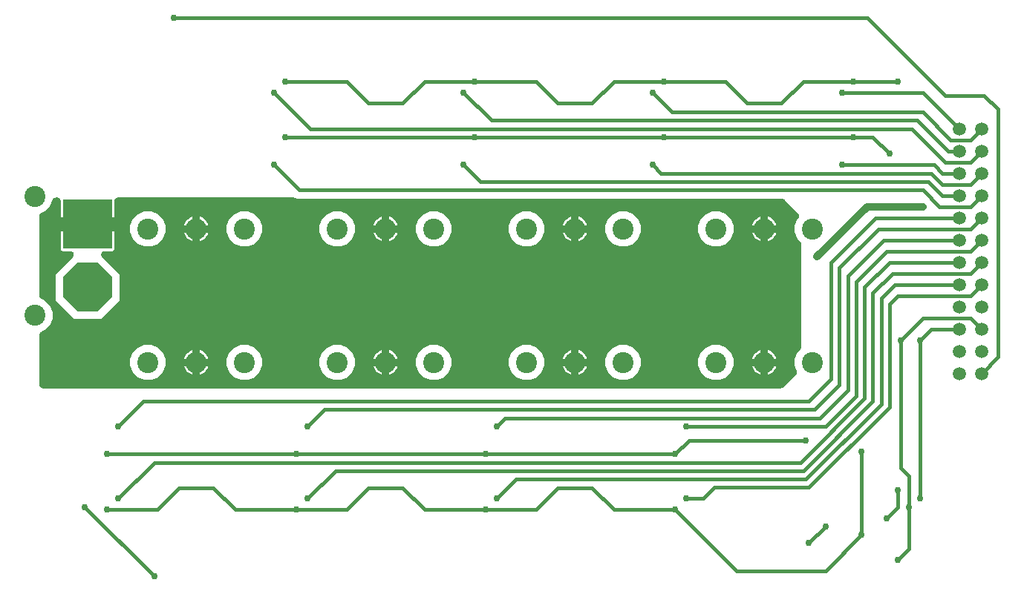
<source format=gbr>
G04 EAGLE Gerber RS-274X export*
G75*
%MOMM*%
%FSLAX34Y34*%
%LPD*%
%INBottom Copper*%
%IPPOS*%
%AMOC8*
5,1,8,0,0,1.08239X$1,22.5*%
G01*
%ADD10C,2.400000*%
%ADD11C,1.508000*%
%ADD12R,5.616000X5.616000*%
%ADD13P,6.078702X8X112.500000*%
%ADD14C,0.756400*%
%ADD15C,0.406400*%
%ADD16C,0.812800*%

G36*
X876360Y237241D02*
X876360Y237241D01*
X876421Y237239D01*
X876644Y237261D01*
X876868Y237277D01*
X876928Y237289D01*
X876988Y237295D01*
X877206Y237349D01*
X877426Y237396D01*
X877482Y237416D01*
X877541Y237431D01*
X877750Y237514D01*
X877961Y237592D01*
X878014Y237620D01*
X878070Y237643D01*
X878265Y237754D01*
X878463Y237860D01*
X878512Y237896D01*
X878564Y237926D01*
X878655Y238001D01*
X878923Y238197D01*
X879084Y238354D01*
X879173Y238427D01*
X893517Y252771D01*
X893519Y252773D01*
X893521Y252775D01*
X893710Y252993D01*
X893891Y253201D01*
X893892Y253203D01*
X893894Y253206D01*
X894049Y253445D01*
X894201Y253679D01*
X894202Y253682D01*
X894203Y253684D01*
X894322Y253940D01*
X894441Y254196D01*
X894442Y254199D01*
X894443Y254201D01*
X894525Y254475D01*
X894606Y254742D01*
X894606Y254744D01*
X894607Y254747D01*
X894652Y255036D01*
X894693Y255305D01*
X894693Y255307D01*
X894694Y255310D01*
X894697Y255598D01*
X894701Y255874D01*
X894701Y255877D01*
X894701Y255880D01*
X894666Y256150D01*
X894629Y256440D01*
X894628Y256442D01*
X894628Y256445D01*
X894624Y256457D01*
X894478Y256989D01*
X894423Y257118D01*
X894398Y257199D01*
X892121Y262696D01*
X892121Y270704D01*
X895186Y278102D01*
X898223Y281139D01*
X898263Y281185D01*
X898307Y281226D01*
X898449Y281400D01*
X898597Y281570D01*
X898630Y281620D01*
X898668Y281667D01*
X898784Y281859D01*
X898907Y282048D01*
X898932Y282103D01*
X898963Y282154D01*
X899052Y282360D01*
X899147Y282565D01*
X899164Y282623D01*
X899188Y282678D01*
X899246Y282895D01*
X899312Y283110D01*
X899321Y283170D01*
X899337Y283228D01*
X899348Y283345D01*
X899399Y283673D01*
X899402Y283898D01*
X899413Y284013D01*
X899413Y401787D01*
X899409Y401848D01*
X899411Y401908D01*
X899389Y402131D01*
X899373Y402356D01*
X899361Y402415D01*
X899355Y402475D01*
X899301Y402693D01*
X899254Y402913D01*
X899234Y402970D01*
X899219Y403028D01*
X899136Y403237D01*
X899058Y403448D01*
X899030Y403502D01*
X899007Y403557D01*
X898896Y403752D01*
X898790Y403950D01*
X898754Y403999D01*
X898724Y404052D01*
X898649Y404142D01*
X898453Y404410D01*
X898296Y404572D01*
X898223Y404661D01*
X895186Y407698D01*
X892121Y415096D01*
X892121Y423104D01*
X895186Y430502D01*
X895917Y431233D01*
X896068Y431407D01*
X896223Y431577D01*
X896254Y431622D01*
X896290Y431663D01*
X896416Y431857D01*
X896546Y432046D01*
X896570Y432095D01*
X896600Y432142D01*
X896697Y432350D01*
X896800Y432556D01*
X896817Y432609D01*
X896840Y432658D01*
X896907Y432879D01*
X896980Y433097D01*
X896989Y433151D01*
X897005Y433204D01*
X897041Y433431D01*
X897082Y433658D01*
X897084Y433713D01*
X897093Y433767D01*
X897096Y433996D01*
X897105Y434227D01*
X897100Y434282D01*
X897100Y434336D01*
X897071Y434565D01*
X897048Y434794D01*
X897035Y434847D01*
X897028Y434902D01*
X896967Y435124D01*
X896913Y435347D01*
X896892Y435398D01*
X896878Y435451D01*
X896787Y435663D01*
X896701Y435876D01*
X896674Y435924D01*
X896652Y435974D01*
X896532Y436171D01*
X896418Y436371D01*
X896389Y436405D01*
X896355Y436461D01*
X895993Y436901D01*
X895945Y436945D01*
X895917Y436979D01*
X880697Y452199D01*
X880652Y452239D01*
X880611Y452283D01*
X880437Y452425D01*
X880267Y452573D01*
X880216Y452606D01*
X880170Y452644D01*
X879977Y452761D01*
X879789Y452883D01*
X879734Y452908D01*
X879682Y452939D01*
X879476Y453028D01*
X879272Y453123D01*
X879214Y453140D01*
X879159Y453164D01*
X878942Y453222D01*
X878727Y453288D01*
X878667Y453297D01*
X878609Y453313D01*
X878492Y453324D01*
X878164Y453375D01*
X877939Y453378D01*
X877824Y453389D01*
X325004Y453389D01*
X322071Y454604D01*
X321960Y454641D01*
X321851Y454688D01*
X321690Y454731D01*
X321531Y454785D01*
X321415Y454806D01*
X321301Y454837D01*
X321188Y454848D01*
X320971Y454888D01*
X320632Y454902D01*
X320516Y454913D01*
X120409Y454913D01*
X120180Y454897D01*
X119949Y454887D01*
X119895Y454877D01*
X119841Y454873D01*
X119615Y454825D01*
X119389Y454783D01*
X119337Y454766D01*
X119283Y454754D01*
X119067Y454675D01*
X118849Y454602D01*
X118800Y454577D01*
X118748Y454558D01*
X118545Y454450D01*
X118340Y454347D01*
X118294Y454316D01*
X118246Y454290D01*
X118060Y454154D01*
X117871Y454023D01*
X117830Y453986D01*
X117786Y453953D01*
X117621Y453793D01*
X117452Y453637D01*
X117417Y453594D01*
X117378Y453556D01*
X117237Y453374D01*
X117091Y453196D01*
X117063Y453148D01*
X117029Y453105D01*
X116915Y452905D01*
X116796Y452708D01*
X116774Y452658D01*
X116747Y452610D01*
X116662Y452396D01*
X116571Y452185D01*
X116557Y452132D01*
X116537Y452081D01*
X116482Y451856D01*
X116422Y451635D01*
X116418Y451591D01*
X116402Y451527D01*
X116347Y450960D01*
X116350Y450894D01*
X116346Y450850D01*
X116346Y432552D01*
X89789Y432552D01*
X89560Y432536D01*
X89330Y432526D01*
X89276Y432516D01*
X89221Y432512D01*
X88996Y432464D01*
X88769Y432422D01*
X88717Y432405D01*
X88664Y432393D01*
X88447Y432314D01*
X88229Y432241D01*
X88180Y432216D01*
X88128Y432197D01*
X87925Y432089D01*
X87720Y431986D01*
X87674Y431954D01*
X87626Y431929D01*
X87441Y431793D01*
X87251Y431662D01*
X87210Y431625D01*
X87166Y431592D01*
X87001Y431432D01*
X86832Y431276D01*
X86797Y431233D01*
X86758Y431195D01*
X86617Y431013D01*
X86471Y430835D01*
X86443Y430787D01*
X86409Y430744D01*
X86295Y430544D01*
X86176Y430347D01*
X86154Y430297D01*
X86127Y430249D01*
X86042Y430034D01*
X85951Y429824D01*
X85937Y429771D01*
X85917Y429720D01*
X85862Y429495D01*
X85802Y429274D01*
X85798Y429230D01*
X85783Y429166D01*
X85727Y428599D01*
X85730Y428533D01*
X85726Y428489D01*
X85726Y420361D01*
X85742Y420132D01*
X85752Y419901D01*
X85762Y419847D01*
X85766Y419793D01*
X85814Y419567D01*
X85856Y419341D01*
X85873Y419289D01*
X85885Y419235D01*
X85964Y419019D01*
X86037Y418801D01*
X86062Y418752D01*
X86081Y418700D01*
X86189Y418497D01*
X86292Y418292D01*
X86324Y418246D01*
X86350Y418198D01*
X86485Y418012D01*
X86616Y417823D01*
X86654Y417782D01*
X86686Y417738D01*
X86846Y417573D01*
X87002Y417404D01*
X87045Y417369D01*
X87083Y417330D01*
X87265Y417189D01*
X87444Y417043D01*
X87491Y417015D01*
X87534Y416981D01*
X87734Y416867D01*
X87931Y416748D01*
X87981Y416726D01*
X88029Y416699D01*
X88244Y416614D01*
X88454Y416523D01*
X88507Y416509D01*
X88559Y416489D01*
X88783Y416434D01*
X89004Y416374D01*
X89049Y416370D01*
X89112Y416355D01*
X89679Y416299D01*
X89745Y416302D01*
X89789Y416298D01*
X116346Y416298D01*
X116346Y396095D01*
X116248Y395604D01*
X116057Y395142D01*
X115778Y394725D01*
X115425Y394372D01*
X115008Y394093D01*
X114546Y393902D01*
X114055Y393804D01*
X105362Y393804D01*
X105247Y393796D01*
X105132Y393798D01*
X104964Y393776D01*
X104794Y393764D01*
X104681Y393740D01*
X104567Y393726D01*
X104402Y393681D01*
X104237Y393645D01*
X104129Y393606D01*
X104017Y393575D01*
X103861Y393508D01*
X103701Y393449D01*
X103600Y393395D01*
X103494Y393349D01*
X103349Y393261D01*
X103199Y393181D01*
X103106Y393113D01*
X103008Y393053D01*
X102876Y392945D01*
X102739Y392844D01*
X102657Y392764D01*
X102568Y392691D01*
X102453Y392566D01*
X102331Y392447D01*
X102260Y392356D01*
X102182Y392271D01*
X102086Y392131D01*
X101982Y391996D01*
X101925Y391896D01*
X101860Y391801D01*
X101784Y391649D01*
X101700Y391501D01*
X101657Y391394D01*
X101606Y391291D01*
X101553Y391130D01*
X101490Y390972D01*
X101463Y390859D01*
X101426Y390750D01*
X101396Y390583D01*
X101356Y390418D01*
X101344Y390303D01*
X101324Y390190D01*
X101317Y390020D01*
X101300Y389851D01*
X101305Y389736D01*
X101301Y389620D01*
X101318Y389451D01*
X101325Y389281D01*
X101346Y389168D01*
X101357Y389054D01*
X101398Y388888D01*
X101429Y388721D01*
X101466Y388612D01*
X101493Y388500D01*
X101556Y388342D01*
X101610Y388181D01*
X101662Y388078D01*
X101705Y387971D01*
X101789Y387824D01*
X101865Y387672D01*
X101931Y387577D01*
X101988Y387477D01*
X102061Y387388D01*
X102189Y387203D01*
X102414Y386959D01*
X102489Y386868D01*
X121934Y367423D01*
X121934Y337427D01*
X100723Y316216D01*
X70727Y316216D01*
X49516Y337427D01*
X49516Y367423D01*
X68961Y386868D01*
X69037Y386955D01*
X69119Y387035D01*
X69223Y387170D01*
X69335Y387298D01*
X69397Y387395D01*
X69468Y387486D01*
X69552Y387634D01*
X69644Y387776D01*
X69693Y387881D01*
X69750Y387981D01*
X69813Y388139D01*
X69884Y388293D01*
X69918Y388403D01*
X69960Y388510D01*
X70000Y388676D01*
X70050Y388838D01*
X70067Y388952D01*
X70094Y389064D01*
X70111Y389234D01*
X70137Y389401D01*
X70138Y389516D01*
X70150Y389631D01*
X70142Y389801D01*
X70145Y389971D01*
X70130Y390085D01*
X70125Y390201D01*
X70094Y390368D01*
X70073Y390536D01*
X70042Y390648D01*
X70021Y390761D01*
X69967Y390921D01*
X69922Y391086D01*
X69876Y391192D01*
X69840Y391301D01*
X69764Y391453D01*
X69696Y391609D01*
X69636Y391707D01*
X69585Y391810D01*
X69488Y391950D01*
X69399Y392095D01*
X69326Y392184D01*
X69261Y392279D01*
X69146Y392404D01*
X69038Y392536D01*
X68953Y392613D01*
X68875Y392698D01*
X68743Y392806D01*
X68618Y392921D01*
X68523Y392986D01*
X68433Y393059D01*
X68288Y393147D01*
X68148Y393243D01*
X68045Y393295D01*
X67946Y393354D01*
X67790Y393421D01*
X67638Y393497D01*
X67528Y393533D01*
X67423Y393579D01*
X67259Y393623D01*
X67097Y393677D01*
X66984Y393698D01*
X66873Y393728D01*
X66758Y393739D01*
X66537Y393779D01*
X66205Y393793D01*
X66088Y393804D01*
X57395Y393804D01*
X56904Y393902D01*
X56442Y394093D01*
X56025Y394372D01*
X55672Y394725D01*
X55393Y395142D01*
X55202Y395604D01*
X55104Y396095D01*
X55104Y416298D01*
X81661Y416298D01*
X81890Y416314D01*
X82120Y416324D01*
X82174Y416334D01*
X82229Y416338D01*
X82454Y416386D01*
X82681Y416428D01*
X82733Y416445D01*
X82786Y416457D01*
X83003Y416536D01*
X83221Y416609D01*
X83270Y416634D01*
X83322Y416653D01*
X83525Y416761D01*
X83730Y416864D01*
X83776Y416895D01*
X83824Y416921D01*
X84009Y417057D01*
X84199Y417188D01*
X84240Y417225D01*
X84284Y417258D01*
X84449Y417418D01*
X84618Y417574D01*
X84653Y417617D01*
X84692Y417655D01*
X84833Y417837D01*
X84979Y418015D01*
X85007Y418063D01*
X85041Y418106D01*
X85155Y418306D01*
X85274Y418503D01*
X85296Y418553D01*
X85323Y418601D01*
X85408Y418815D01*
X85499Y419026D01*
X85513Y419079D01*
X85533Y419130D01*
X85588Y419355D01*
X85648Y419576D01*
X85652Y419620D01*
X85667Y419684D01*
X85723Y420251D01*
X85720Y420317D01*
X85724Y420361D01*
X85724Y428489D01*
X85708Y428718D01*
X85698Y428949D01*
X85688Y429003D01*
X85684Y429057D01*
X85636Y429283D01*
X85594Y429509D01*
X85577Y429561D01*
X85565Y429615D01*
X85486Y429830D01*
X85413Y430049D01*
X85388Y430098D01*
X85369Y430150D01*
X85261Y430353D01*
X85158Y430558D01*
X85126Y430604D01*
X85100Y430652D01*
X84965Y430838D01*
X84834Y431027D01*
X84796Y431068D01*
X84764Y431112D01*
X84604Y431277D01*
X84448Y431446D01*
X84405Y431481D01*
X84367Y431520D01*
X84185Y431661D01*
X84006Y431807D01*
X83959Y431835D01*
X83916Y431869D01*
X83716Y431983D01*
X83519Y432102D01*
X83469Y432124D01*
X83421Y432151D01*
X83206Y432236D01*
X82996Y432327D01*
X82943Y432341D01*
X82891Y432361D01*
X82667Y432416D01*
X82446Y432476D01*
X82401Y432480D01*
X82338Y432495D01*
X81771Y432551D01*
X81705Y432548D01*
X81661Y432552D01*
X55104Y432552D01*
X55104Y450850D01*
X55088Y451079D01*
X55078Y451310D01*
X55068Y451364D01*
X55064Y451418D01*
X55016Y451644D01*
X54974Y451870D01*
X54957Y451922D01*
X54945Y451976D01*
X54866Y452192D01*
X54793Y452410D01*
X54768Y452459D01*
X54749Y452511D01*
X54641Y452714D01*
X54538Y452919D01*
X54507Y452965D01*
X54481Y453013D01*
X54345Y453199D01*
X54214Y453388D01*
X54177Y453429D01*
X54144Y453473D01*
X53984Y453638D01*
X53828Y453807D01*
X53785Y453842D01*
X53747Y453881D01*
X53565Y454022D01*
X53387Y454168D01*
X53339Y454196D01*
X53296Y454230D01*
X53096Y454344D01*
X52899Y454463D01*
X52849Y454485D01*
X52801Y454512D01*
X52587Y454597D01*
X52376Y454688D01*
X52323Y454702D01*
X52272Y454722D01*
X52047Y454777D01*
X51826Y454837D01*
X51782Y454841D01*
X51718Y454857D01*
X51151Y454912D01*
X51085Y454909D01*
X51041Y454913D01*
X49601Y454913D01*
X49598Y454913D01*
X49596Y454913D01*
X49318Y454893D01*
X49033Y454873D01*
X49030Y454873D01*
X49027Y454873D01*
X48750Y454813D01*
X48475Y454754D01*
X48473Y454753D01*
X48470Y454753D01*
X48206Y454656D01*
X47940Y454558D01*
X47938Y454557D01*
X47935Y454556D01*
X47691Y454425D01*
X47438Y454290D01*
X47436Y454288D01*
X47433Y454287D01*
X47199Y454115D01*
X46978Y453953D01*
X46976Y453951D01*
X46974Y453950D01*
X46774Y453754D01*
X46570Y453556D01*
X46568Y453554D01*
X46566Y453552D01*
X46395Y453330D01*
X46221Y453105D01*
X46220Y453103D01*
X46218Y453101D01*
X46212Y453089D01*
X45939Y452610D01*
X45887Y452480D01*
X45847Y452405D01*
X42789Y445023D01*
X37127Y439361D01*
X33370Y437805D01*
X33368Y437803D01*
X33365Y437802D01*
X33113Y437676D01*
X32860Y437550D01*
X32858Y437549D01*
X32856Y437547D01*
X32618Y437383D01*
X32391Y437227D01*
X32389Y437225D01*
X32387Y437223D01*
X32174Y437027D01*
X31972Y436841D01*
X31970Y436839D01*
X31968Y436837D01*
X31783Y436611D01*
X31610Y436401D01*
X31609Y436398D01*
X31607Y436396D01*
X31463Y436158D01*
X31314Y435914D01*
X31313Y435911D01*
X31312Y435909D01*
X31200Y435648D01*
X31089Y435390D01*
X31088Y435388D01*
X31087Y435385D01*
X31016Y435121D01*
X30939Y434841D01*
X30939Y434838D01*
X30938Y434835D01*
X30937Y434823D01*
X30868Y434275D01*
X30870Y434136D01*
X30862Y434051D01*
X30862Y342799D01*
X30862Y342797D01*
X30862Y342794D01*
X30882Y342517D01*
X30887Y342439D01*
X30888Y342422D01*
X30889Y342418D01*
X30902Y342231D01*
X30902Y342228D01*
X30902Y342226D01*
X30962Y341951D01*
X31021Y341674D01*
X31022Y341671D01*
X31022Y341669D01*
X31117Y341412D01*
X31217Y341139D01*
X31218Y341136D01*
X31219Y341134D01*
X31344Y340900D01*
X31485Y340636D01*
X31487Y340634D01*
X31488Y340632D01*
X31656Y340403D01*
X31822Y340176D01*
X31824Y340175D01*
X31825Y340172D01*
X32026Y339966D01*
X32219Y339768D01*
X32221Y339767D01*
X32223Y339765D01*
X32450Y339589D01*
X32670Y339419D01*
X32672Y339418D01*
X32674Y339416D01*
X32686Y339410D01*
X33165Y339137D01*
X33295Y339086D01*
X33370Y339045D01*
X37127Y337489D01*
X42789Y331827D01*
X45854Y324429D01*
X45854Y316421D01*
X42789Y309023D01*
X37127Y303361D01*
X33370Y301805D01*
X33368Y301803D01*
X33365Y301802D01*
X33113Y301676D01*
X32860Y301550D01*
X32858Y301549D01*
X32856Y301547D01*
X32618Y301383D01*
X32391Y301227D01*
X32389Y301225D01*
X32387Y301223D01*
X32174Y301027D01*
X31972Y300841D01*
X31970Y300839D01*
X31968Y300837D01*
X31786Y300615D01*
X31610Y300401D01*
X31609Y300398D01*
X31607Y300396D01*
X31463Y300158D01*
X31314Y299914D01*
X31313Y299911D01*
X31312Y299909D01*
X31205Y299659D01*
X31089Y299390D01*
X31088Y299388D01*
X31087Y299385D01*
X31016Y299121D01*
X30939Y298841D01*
X30939Y298838D01*
X30938Y298835D01*
X30937Y298823D01*
X30868Y298275D01*
X30870Y298136D01*
X30862Y298051D01*
X30862Y241300D01*
X30878Y241071D01*
X30888Y240840D01*
X30898Y240786D01*
X30902Y240732D01*
X30950Y240506D01*
X30992Y240280D01*
X31009Y240228D01*
X31021Y240174D01*
X31100Y239958D01*
X31173Y239740D01*
X31198Y239691D01*
X31217Y239639D01*
X31325Y239436D01*
X31428Y239231D01*
X31459Y239185D01*
X31485Y239137D01*
X31621Y238951D01*
X31752Y238762D01*
X31789Y238721D01*
X31822Y238677D01*
X31982Y238512D01*
X32138Y238343D01*
X32181Y238308D01*
X32219Y238269D01*
X32401Y238128D01*
X32579Y237982D01*
X32627Y237954D01*
X32670Y237920D01*
X32870Y237806D01*
X33067Y237687D01*
X33117Y237665D01*
X33165Y237638D01*
X33379Y237553D01*
X33590Y237462D01*
X33643Y237448D01*
X33694Y237428D01*
X33919Y237373D01*
X34140Y237313D01*
X34184Y237309D01*
X34248Y237294D01*
X34815Y237238D01*
X34881Y237241D01*
X34925Y237237D01*
X876300Y237237D01*
X876360Y237241D01*
G37*
%LPC*%
G36*
X798246Y398971D02*
X798246Y398971D01*
X790848Y402036D01*
X785186Y407698D01*
X782121Y415096D01*
X782121Y423104D01*
X785186Y430502D01*
X790848Y436164D01*
X798246Y439229D01*
X806254Y439229D01*
X813652Y436164D01*
X819314Y430502D01*
X822379Y423104D01*
X822379Y415096D01*
X819314Y407698D01*
X813652Y402036D01*
X806254Y398971D01*
X798246Y398971D01*
G37*
%LPD*%
%LPC*%
G36*
X692346Y398971D02*
X692346Y398971D01*
X684948Y402036D01*
X679286Y407698D01*
X676221Y415096D01*
X676221Y423104D01*
X679286Y430502D01*
X684948Y436164D01*
X692346Y439229D01*
X700354Y439229D01*
X707752Y436164D01*
X713414Y430502D01*
X716479Y423104D01*
X716479Y415096D01*
X713414Y407698D01*
X707752Y402036D01*
X700354Y398971D01*
X692346Y398971D01*
G37*
%LPD*%
%LPC*%
G36*
X582346Y398971D02*
X582346Y398971D01*
X574948Y402036D01*
X569286Y407698D01*
X566221Y415096D01*
X566221Y423104D01*
X569286Y430502D01*
X574948Y436164D01*
X582346Y439229D01*
X590354Y439229D01*
X597752Y436164D01*
X603414Y430502D01*
X606479Y423104D01*
X606479Y415096D01*
X603414Y407698D01*
X597752Y402036D01*
X590354Y398971D01*
X582346Y398971D01*
G37*
%LPD*%
%LPC*%
G36*
X476446Y398971D02*
X476446Y398971D01*
X469048Y402036D01*
X463386Y407698D01*
X460321Y415096D01*
X460321Y423104D01*
X463386Y430502D01*
X469048Y436164D01*
X476446Y439229D01*
X484454Y439229D01*
X491852Y436164D01*
X497514Y430502D01*
X500579Y423104D01*
X500579Y415096D01*
X497514Y407698D01*
X491852Y402036D01*
X484454Y398971D01*
X476446Y398971D01*
G37*
%LPD*%
%LPC*%
G36*
X366446Y398971D02*
X366446Y398971D01*
X359048Y402036D01*
X353386Y407698D01*
X350321Y415096D01*
X350321Y423104D01*
X353386Y430502D01*
X359048Y436164D01*
X366446Y439229D01*
X374454Y439229D01*
X381852Y436164D01*
X387514Y430502D01*
X390579Y423104D01*
X390579Y415096D01*
X387514Y407698D01*
X381852Y402036D01*
X374454Y398971D01*
X366446Y398971D01*
G37*
%LPD*%
%LPC*%
G36*
X260546Y398971D02*
X260546Y398971D01*
X253148Y402036D01*
X247486Y407698D01*
X244421Y415096D01*
X244421Y423104D01*
X247486Y430502D01*
X253148Y436164D01*
X260546Y439229D01*
X268554Y439229D01*
X275952Y436164D01*
X281614Y430502D01*
X284679Y423104D01*
X284679Y415096D01*
X281614Y407698D01*
X275952Y402036D01*
X268554Y398971D01*
X260546Y398971D01*
G37*
%LPD*%
%LPC*%
G36*
X150546Y398971D02*
X150546Y398971D01*
X143148Y402036D01*
X137486Y407698D01*
X134421Y415096D01*
X134421Y423104D01*
X137486Y430502D01*
X143148Y436164D01*
X150546Y439229D01*
X158554Y439229D01*
X165952Y436164D01*
X171614Y430502D01*
X174679Y423104D01*
X174679Y415096D01*
X171614Y407698D01*
X165952Y402036D01*
X158554Y398971D01*
X150546Y398971D01*
G37*
%LPD*%
%LPC*%
G36*
X150546Y246571D02*
X150546Y246571D01*
X143148Y249636D01*
X137486Y255298D01*
X134421Y262696D01*
X134421Y270704D01*
X137486Y278102D01*
X143148Y283764D01*
X150546Y286829D01*
X158554Y286829D01*
X165952Y283764D01*
X171614Y278102D01*
X174679Y270704D01*
X174679Y262696D01*
X171614Y255298D01*
X165952Y249636D01*
X158554Y246571D01*
X150546Y246571D01*
G37*
%LPD*%
%LPC*%
G36*
X260546Y246571D02*
X260546Y246571D01*
X253148Y249636D01*
X247486Y255298D01*
X244421Y262696D01*
X244421Y270704D01*
X247486Y278102D01*
X253148Y283764D01*
X260546Y286829D01*
X268554Y286829D01*
X275952Y283764D01*
X281614Y278102D01*
X284679Y270704D01*
X284679Y262696D01*
X281614Y255298D01*
X275952Y249636D01*
X268554Y246571D01*
X260546Y246571D01*
G37*
%LPD*%
%LPC*%
G36*
X366446Y246571D02*
X366446Y246571D01*
X359048Y249636D01*
X353386Y255298D01*
X350321Y262696D01*
X350321Y270704D01*
X353386Y278102D01*
X359048Y283764D01*
X366446Y286829D01*
X374454Y286829D01*
X381852Y283764D01*
X387514Y278102D01*
X390579Y270704D01*
X390579Y262696D01*
X387514Y255298D01*
X381852Y249636D01*
X374454Y246571D01*
X366446Y246571D01*
G37*
%LPD*%
%LPC*%
G36*
X476446Y246571D02*
X476446Y246571D01*
X469048Y249636D01*
X463386Y255298D01*
X460321Y262696D01*
X460321Y270704D01*
X463386Y278102D01*
X469048Y283764D01*
X476446Y286829D01*
X484454Y286829D01*
X491852Y283764D01*
X497514Y278102D01*
X500579Y270704D01*
X500579Y262696D01*
X497514Y255298D01*
X491852Y249636D01*
X484454Y246571D01*
X476446Y246571D01*
G37*
%LPD*%
%LPC*%
G36*
X582346Y246571D02*
X582346Y246571D01*
X574948Y249636D01*
X569286Y255298D01*
X566221Y262696D01*
X566221Y270704D01*
X569286Y278102D01*
X574948Y283764D01*
X582346Y286829D01*
X590354Y286829D01*
X597752Y283764D01*
X603414Y278102D01*
X606479Y270704D01*
X606479Y262696D01*
X603414Y255298D01*
X597752Y249636D01*
X590354Y246571D01*
X582346Y246571D01*
G37*
%LPD*%
%LPC*%
G36*
X692346Y246571D02*
X692346Y246571D01*
X684948Y249636D01*
X679286Y255298D01*
X676221Y262696D01*
X676221Y270704D01*
X679286Y278102D01*
X684948Y283764D01*
X692346Y286829D01*
X700354Y286829D01*
X707752Y283764D01*
X713414Y278102D01*
X716479Y270704D01*
X716479Y262696D01*
X713414Y255298D01*
X707752Y249636D01*
X700354Y246571D01*
X692346Y246571D01*
G37*
%LPD*%
%LPC*%
G36*
X798246Y246571D02*
X798246Y246571D01*
X790848Y249636D01*
X785186Y255298D01*
X782121Y262696D01*
X782121Y270704D01*
X785186Y278102D01*
X790848Y283764D01*
X798246Y286829D01*
X806254Y286829D01*
X813652Y283764D01*
X819314Y278102D01*
X822379Y270704D01*
X822379Y262696D01*
X819314Y255298D01*
X813652Y249636D01*
X806254Y246571D01*
X798246Y246571D01*
G37*
%LPD*%
%LPC*%
G36*
X213613Y423163D02*
X213613Y423163D01*
X213613Y433065D01*
X214234Y432899D01*
X215995Y432169D01*
X217646Y431216D01*
X219158Y430056D01*
X220506Y428708D01*
X221666Y427196D01*
X222619Y425545D01*
X223349Y423784D01*
X223515Y423163D01*
X213613Y423163D01*
G37*
%LPD*%
%LPC*%
G36*
X645413Y270763D02*
X645413Y270763D01*
X645413Y280665D01*
X646034Y280499D01*
X647795Y279769D01*
X649446Y278816D01*
X650958Y277656D01*
X652306Y276308D01*
X653466Y274796D01*
X654419Y273145D01*
X655149Y271384D01*
X655315Y270763D01*
X645413Y270763D01*
G37*
%LPD*%
%LPC*%
G36*
X213613Y270763D02*
X213613Y270763D01*
X213613Y280665D01*
X214234Y280499D01*
X215995Y279769D01*
X217646Y278816D01*
X219158Y277656D01*
X220506Y276308D01*
X221666Y274796D01*
X222619Y273145D01*
X223349Y271384D01*
X223515Y270763D01*
X213613Y270763D01*
G37*
%LPD*%
%LPC*%
G36*
X429513Y270763D02*
X429513Y270763D01*
X429513Y280665D01*
X430134Y280499D01*
X431895Y279769D01*
X433546Y278816D01*
X435058Y277656D01*
X436406Y276308D01*
X437566Y274796D01*
X438519Y273145D01*
X439249Y271384D01*
X439415Y270763D01*
X429513Y270763D01*
G37*
%LPD*%
%LPC*%
G36*
X861313Y270763D02*
X861313Y270763D01*
X861313Y280665D01*
X861934Y280499D01*
X863695Y279769D01*
X865346Y278816D01*
X866858Y277656D01*
X868206Y276308D01*
X869366Y274796D01*
X870319Y273145D01*
X871049Y271384D01*
X871215Y270763D01*
X861313Y270763D01*
G37*
%LPD*%
%LPC*%
G36*
X861313Y423163D02*
X861313Y423163D01*
X861313Y433065D01*
X861934Y432899D01*
X863695Y432169D01*
X865346Y431216D01*
X866858Y430056D01*
X868206Y428708D01*
X869366Y427196D01*
X870319Y425545D01*
X871049Y423784D01*
X871215Y423163D01*
X861313Y423163D01*
G37*
%LPD*%
%LPC*%
G36*
X645413Y423163D02*
X645413Y423163D01*
X645413Y433065D01*
X646034Y432899D01*
X647795Y432169D01*
X649446Y431216D01*
X650958Y430056D01*
X652306Y428708D01*
X653466Y427196D01*
X654419Y425545D01*
X655149Y423784D01*
X655315Y423163D01*
X645413Y423163D01*
G37*
%LPD*%
%LPC*%
G36*
X429513Y423163D02*
X429513Y423163D01*
X429513Y433065D01*
X430134Y432899D01*
X431895Y432169D01*
X433546Y431216D01*
X435058Y430056D01*
X436406Y428708D01*
X437566Y427196D01*
X438519Y425545D01*
X439249Y423784D01*
X439415Y423163D01*
X429513Y423163D01*
G37*
%LPD*%
%LPC*%
G36*
X213613Y262637D02*
X213613Y262637D01*
X223515Y262637D01*
X223349Y262016D01*
X222619Y260255D01*
X221666Y258604D01*
X220506Y257092D01*
X219158Y255744D01*
X217646Y254584D01*
X215995Y253631D01*
X214234Y252901D01*
X213613Y252735D01*
X213613Y262637D01*
G37*
%LPD*%
%LPC*%
G36*
X213613Y415037D02*
X213613Y415037D01*
X223515Y415037D01*
X223349Y414416D01*
X222619Y412655D01*
X221666Y411004D01*
X220506Y409492D01*
X219158Y408144D01*
X217646Y406984D01*
X215995Y406031D01*
X214234Y405301D01*
X213613Y405135D01*
X213613Y415037D01*
G37*
%LPD*%
%LPC*%
G36*
X645413Y415037D02*
X645413Y415037D01*
X655315Y415037D01*
X655149Y414416D01*
X654419Y412655D01*
X653466Y411004D01*
X652306Y409492D01*
X650958Y408144D01*
X649446Y406984D01*
X647795Y406031D01*
X646034Y405301D01*
X645413Y405135D01*
X645413Y415037D01*
G37*
%LPD*%
%LPC*%
G36*
X429513Y262637D02*
X429513Y262637D01*
X439415Y262637D01*
X439249Y262016D01*
X438519Y260255D01*
X437566Y258604D01*
X436406Y257092D01*
X435058Y255744D01*
X433546Y254584D01*
X431895Y253631D01*
X430134Y252901D01*
X429513Y252735D01*
X429513Y262637D01*
G37*
%LPD*%
%LPC*%
G36*
X645413Y262637D02*
X645413Y262637D01*
X655315Y262637D01*
X655149Y262016D01*
X654419Y260255D01*
X653466Y258604D01*
X652306Y257092D01*
X650958Y255744D01*
X649446Y254584D01*
X647795Y253631D01*
X646034Y252901D01*
X645413Y252735D01*
X645413Y262637D01*
G37*
%LPD*%
%LPC*%
G36*
X861313Y262637D02*
X861313Y262637D01*
X871215Y262637D01*
X871049Y262016D01*
X870319Y260255D01*
X869366Y258604D01*
X868206Y257092D01*
X866858Y255744D01*
X865346Y254584D01*
X863695Y253631D01*
X861934Y252901D01*
X861313Y252735D01*
X861313Y262637D01*
G37*
%LPD*%
%LPC*%
G36*
X861313Y415037D02*
X861313Y415037D01*
X871215Y415037D01*
X871049Y414416D01*
X870319Y412655D01*
X869366Y411004D01*
X868206Y409492D01*
X866858Y408144D01*
X865346Y406984D01*
X863695Y406031D01*
X861934Y405301D01*
X861313Y405135D01*
X861313Y415037D01*
G37*
%LPD*%
%LPC*%
G36*
X429513Y415037D02*
X429513Y415037D01*
X439415Y415037D01*
X439249Y414416D01*
X438519Y412655D01*
X437566Y411004D01*
X436406Y409492D01*
X435058Y408144D01*
X433546Y406984D01*
X431895Y406031D01*
X430134Y405301D01*
X429513Y405135D01*
X429513Y415037D01*
G37*
%LPD*%
%LPC*%
G36*
X411485Y270763D02*
X411485Y270763D01*
X411651Y271384D01*
X412381Y273145D01*
X413334Y274796D01*
X414494Y276308D01*
X415842Y277656D01*
X417354Y278816D01*
X419005Y279769D01*
X420766Y280499D01*
X421387Y280665D01*
X421387Y270763D01*
X411485Y270763D01*
G37*
%LPD*%
%LPC*%
G36*
X195585Y270763D02*
X195585Y270763D01*
X195751Y271384D01*
X196481Y273145D01*
X197434Y274796D01*
X198594Y276308D01*
X199942Y277656D01*
X201454Y278816D01*
X203105Y279769D01*
X204866Y280499D01*
X205487Y280665D01*
X205487Y270763D01*
X195585Y270763D01*
G37*
%LPD*%
%LPC*%
G36*
X843285Y270763D02*
X843285Y270763D01*
X843451Y271384D01*
X844181Y273145D01*
X845134Y274796D01*
X846294Y276308D01*
X847642Y277656D01*
X849154Y278816D01*
X850805Y279769D01*
X852566Y280499D01*
X853187Y280665D01*
X853187Y270763D01*
X843285Y270763D01*
G37*
%LPD*%
%LPC*%
G36*
X627385Y270763D02*
X627385Y270763D01*
X627551Y271384D01*
X628281Y273145D01*
X629234Y274796D01*
X630394Y276308D01*
X631742Y277656D01*
X633254Y278816D01*
X634905Y279769D01*
X636666Y280499D01*
X637287Y280665D01*
X637287Y270763D01*
X627385Y270763D01*
G37*
%LPD*%
%LPC*%
G36*
X195585Y423163D02*
X195585Y423163D01*
X195751Y423784D01*
X196481Y425545D01*
X197434Y427196D01*
X198594Y428708D01*
X199942Y430056D01*
X201454Y431216D01*
X203105Y432169D01*
X204866Y432899D01*
X205487Y433065D01*
X205487Y423163D01*
X195585Y423163D01*
G37*
%LPD*%
%LPC*%
G36*
X843285Y423163D02*
X843285Y423163D01*
X843451Y423784D01*
X844181Y425545D01*
X845134Y427196D01*
X846294Y428708D01*
X847642Y430056D01*
X849154Y431216D01*
X850805Y432169D01*
X852566Y432899D01*
X853187Y433065D01*
X853187Y423163D01*
X843285Y423163D01*
G37*
%LPD*%
%LPC*%
G36*
X411485Y423163D02*
X411485Y423163D01*
X411651Y423784D01*
X412381Y425545D01*
X413334Y427196D01*
X414494Y428708D01*
X415842Y430056D01*
X417354Y431216D01*
X419005Y432169D01*
X420766Y432899D01*
X421387Y433065D01*
X421387Y423163D01*
X411485Y423163D01*
G37*
%LPD*%
%LPC*%
G36*
X627385Y423163D02*
X627385Y423163D01*
X627551Y423784D01*
X628281Y425545D01*
X629234Y427196D01*
X630394Y428708D01*
X631742Y430056D01*
X633254Y431216D01*
X634905Y432169D01*
X636666Y432899D01*
X637287Y433065D01*
X637287Y423163D01*
X627385Y423163D01*
G37*
%LPD*%
%LPC*%
G36*
X204866Y405301D02*
X204866Y405301D01*
X203105Y406031D01*
X201454Y406984D01*
X199942Y408144D01*
X198594Y409492D01*
X197434Y411004D01*
X196481Y412655D01*
X195751Y414416D01*
X195585Y415037D01*
X205487Y415037D01*
X205487Y405135D01*
X204866Y405301D01*
G37*
%LPD*%
%LPC*%
G36*
X204866Y252901D02*
X204866Y252901D01*
X203105Y253631D01*
X201454Y254584D01*
X199942Y255744D01*
X198594Y257092D01*
X197434Y258604D01*
X196481Y260255D01*
X195751Y262016D01*
X195585Y262637D01*
X205487Y262637D01*
X205487Y252735D01*
X204866Y252901D01*
G37*
%LPD*%
%LPC*%
G36*
X420766Y405301D02*
X420766Y405301D01*
X419005Y406031D01*
X417354Y406984D01*
X415842Y408144D01*
X414494Y409492D01*
X413334Y411004D01*
X412381Y412655D01*
X411651Y414416D01*
X411485Y415037D01*
X421387Y415037D01*
X421387Y405135D01*
X420766Y405301D01*
G37*
%LPD*%
%LPC*%
G36*
X852566Y252901D02*
X852566Y252901D01*
X850805Y253631D01*
X849154Y254584D01*
X847642Y255744D01*
X846294Y257092D01*
X845134Y258604D01*
X844181Y260255D01*
X843451Y262016D01*
X843285Y262637D01*
X853187Y262637D01*
X853187Y252735D01*
X852566Y252901D01*
G37*
%LPD*%
%LPC*%
G36*
X852566Y405301D02*
X852566Y405301D01*
X850805Y406031D01*
X849154Y406984D01*
X847642Y408144D01*
X846294Y409492D01*
X845134Y411004D01*
X844181Y412655D01*
X843451Y414416D01*
X843285Y415037D01*
X853187Y415037D01*
X853187Y405135D01*
X852566Y405301D01*
G37*
%LPD*%
%LPC*%
G36*
X636666Y252901D02*
X636666Y252901D01*
X634905Y253631D01*
X633254Y254584D01*
X631742Y255744D01*
X630394Y257092D01*
X629234Y258604D01*
X628281Y260255D01*
X627551Y262016D01*
X627385Y262637D01*
X637287Y262637D01*
X637287Y252735D01*
X636666Y252901D01*
G37*
%LPD*%
%LPC*%
G36*
X636666Y405301D02*
X636666Y405301D01*
X634905Y406031D01*
X633254Y406984D01*
X631742Y408144D01*
X630394Y409492D01*
X629234Y411004D01*
X628281Y412655D01*
X627551Y414416D01*
X627385Y415037D01*
X637287Y415037D01*
X637287Y405135D01*
X636666Y405301D01*
G37*
%LPD*%
%LPC*%
G36*
X420766Y252901D02*
X420766Y252901D01*
X419005Y253631D01*
X417354Y254584D01*
X415842Y255744D01*
X414494Y257092D01*
X413334Y258604D01*
X412381Y260255D01*
X411651Y262016D01*
X411485Y262637D01*
X421387Y262637D01*
X421387Y252735D01*
X420766Y252901D01*
G37*
%LPD*%
D10*
X857250Y419100D03*
X912250Y419100D03*
X802250Y419100D03*
X641350Y419100D03*
X696350Y419100D03*
X586350Y419100D03*
X425450Y419100D03*
X480450Y419100D03*
X370450Y419100D03*
X209550Y419100D03*
X264550Y419100D03*
X154550Y419100D03*
X857250Y266700D03*
X802250Y266700D03*
X912250Y266700D03*
X641350Y266700D03*
X586350Y266700D03*
X696350Y266700D03*
X425450Y266700D03*
X370450Y266700D03*
X480450Y266700D03*
X209550Y266700D03*
X154550Y266700D03*
X264550Y266700D03*
D11*
X1079500Y533400D03*
X1104900Y533400D03*
X1079500Y508000D03*
X1104900Y508000D03*
X1079500Y482600D03*
X1104900Y482600D03*
X1079500Y457200D03*
X1104900Y457200D03*
X1079500Y431800D03*
X1104900Y431800D03*
X1079500Y406400D03*
X1104900Y406400D03*
X1079500Y381000D03*
X1104900Y381000D03*
X1079500Y355600D03*
X1104900Y355600D03*
X1079500Y330200D03*
X1104900Y330200D03*
X1079500Y304800D03*
X1104900Y304800D03*
X1079500Y279400D03*
X1104900Y279400D03*
X1079500Y254000D03*
X1104900Y254000D03*
D12*
X85725Y424425D03*
D13*
X85725Y352425D03*
D10*
X25725Y320425D03*
X25725Y456425D03*
D14*
X927100Y79375D03*
D15*
X908050Y60325D01*
D14*
X908050Y60325D03*
X82550Y101600D03*
D15*
X161925Y22225D01*
D14*
X161925Y22225D03*
X996950Y88900D03*
D15*
X1009650Y101600D01*
X1009650Y120650D01*
D14*
X1009650Y120650D03*
X1038225Y444500D03*
D16*
X974725Y444500D01*
D14*
X917575Y387350D03*
D16*
X974725Y444500D01*
D14*
X768350Y193675D03*
D15*
X1092200Y393700D02*
X1104900Y406400D01*
X927100Y193675D02*
X768350Y193675D01*
X927100Y193675D02*
X962025Y228600D01*
X962025Y358775D01*
X996950Y393700D01*
X1092200Y393700D01*
D14*
X946150Y574675D03*
D15*
X1038225Y574675D02*
X1079500Y533400D01*
X1038225Y574675D02*
X946150Y574675D01*
D14*
X958850Y523875D03*
X742950Y523875D03*
X527050Y523875D03*
X311150Y523875D03*
X755650Y161925D03*
X539750Y161925D03*
X323850Y161925D03*
X107950Y161925D03*
D15*
X323850Y161925D01*
X539750Y161925D01*
X755650Y161925D01*
X771525Y177800D01*
X904875Y177800D01*
X527050Y523875D02*
X311150Y523875D01*
X527050Y523875D02*
X742950Y523875D01*
X958850Y523875D01*
X981075Y523875D01*
D14*
X904875Y177800D03*
D15*
X1000125Y504825D02*
X981075Y523875D01*
D14*
X1000125Y504825D03*
X958850Y587375D03*
X742950Y587375D03*
X527050Y587375D03*
X311150Y587375D03*
X755650Y98425D03*
X539750Y98425D03*
X323850Y98425D03*
X107950Y98425D03*
D15*
X165035Y98425D01*
X190002Y123392D01*
X229098Y123392D01*
X254065Y98425D01*
X323850Y98425D01*
X380935Y98425D01*
X405902Y123392D01*
X444998Y123392D01*
X469965Y98425D01*
X539750Y98425D01*
X596835Y98425D01*
X621802Y123392D01*
X660898Y123392D01*
X685865Y98425D01*
X755650Y98425D01*
X825500Y28575D01*
X380935Y587375D02*
X311150Y587375D01*
X380935Y587375D02*
X405902Y562408D01*
X444998Y562408D01*
X469965Y587375D01*
X527050Y587375D01*
X596835Y587375D01*
X621802Y562408D01*
X660898Y562408D01*
X685865Y587375D01*
X742950Y587375D01*
X812735Y587375D01*
X837702Y562408D01*
X876798Y562408D01*
X901765Y587375D01*
X958850Y587375D01*
X968375Y69850D02*
X927100Y28575D01*
D14*
X968375Y69850D03*
D15*
X927100Y28575D02*
X825500Y28575D01*
D14*
X1009650Y587375D03*
X968375Y165100D03*
D15*
X968375Y69850D01*
X958850Y587375D02*
X1009650Y587375D01*
D14*
X552450Y193675D03*
D15*
X561975Y203200D01*
X952500Y365125D02*
X993775Y406400D01*
X1079500Y406400D01*
X920750Y203200D02*
X561975Y203200D01*
X920750Y203200D02*
X952500Y234950D01*
X952500Y365125D01*
D14*
X336550Y193675D03*
D15*
X355600Y212725D01*
X914400Y212725D02*
X942975Y241300D01*
X942975Y374650D02*
X987425Y419100D01*
X1092200Y419100D02*
X1104900Y431800D01*
X914400Y212725D02*
X355600Y212725D01*
X942975Y241300D02*
X942975Y374650D01*
X987425Y419100D02*
X1092200Y419100D01*
D14*
X120650Y193675D03*
D15*
X149225Y222250D01*
X908050Y222250D02*
X933450Y247650D01*
X933450Y381000D02*
X984250Y431800D01*
X1079500Y431800D01*
X908050Y222250D02*
X149225Y222250D01*
X933450Y247650D02*
X933450Y381000D01*
D14*
X946150Y492125D03*
D15*
X1050925Y492125D02*
X1060450Y482600D01*
X1079500Y482600D01*
X1050925Y492125D02*
X946150Y492125D01*
D14*
X730250Y492125D03*
D15*
X739775Y482600D01*
X1047750Y482600D02*
X1060450Y469900D01*
X1092200Y469900D02*
X1104900Y482600D01*
X1047750Y482600D02*
X739775Y482600D01*
X1060450Y469900D02*
X1092200Y469900D01*
D14*
X514350Y492125D03*
D15*
X533400Y473075D01*
X1060450Y457200D02*
X1079500Y457200D01*
X1044575Y473075D02*
X533400Y473075D01*
X1044575Y473075D02*
X1060450Y457200D01*
D14*
X298450Y492125D03*
D15*
X327025Y463550D01*
X1038225Y463550D02*
X1057275Y444500D01*
X1092200Y444500D02*
X1104900Y457200D01*
X1038225Y463550D02*
X327025Y463550D01*
X1057275Y444500D02*
X1092200Y444500D01*
D14*
X730250Y574675D03*
D15*
X752475Y552450D01*
X1038225Y552450D02*
X1069975Y520700D01*
X1092200Y520700D01*
X1104900Y533400D01*
X1038225Y552450D02*
X752475Y552450D01*
D14*
X514350Y574675D03*
D15*
X546100Y542925D01*
X1031875Y542925D02*
X1066800Y508000D01*
X1079500Y508000D01*
X1031875Y542925D02*
X546100Y542925D01*
D14*
X298450Y574675D03*
D15*
X339725Y533400D01*
X1025525Y533400D02*
X1063625Y495300D01*
X1092200Y495300D02*
X1104900Y508000D01*
X1025525Y533400D02*
X339725Y533400D01*
X1063625Y495300D02*
X1092200Y495300D01*
D14*
X768350Y111125D03*
D15*
X787400Y111125D01*
X800100Y123825D01*
X1000125Y333375D02*
X1009650Y342900D01*
X1092200Y342900D02*
X1104900Y355600D01*
X1000125Y215900D02*
X908050Y123825D01*
X1000125Y215900D02*
X1000125Y333375D01*
X1009650Y342900D02*
X1092200Y342900D01*
X908050Y123825D02*
X800100Y123825D01*
D14*
X552450Y111125D03*
D15*
X574675Y133350D01*
X990600Y339725D02*
X1006475Y355600D01*
X1079500Y355600D01*
X904875Y133350D02*
X574675Y133350D01*
X904875Y133350D02*
X990600Y219075D01*
X990600Y339725D01*
D14*
X336550Y111125D03*
D15*
X368300Y142875D01*
X981075Y346075D02*
X1003300Y368300D01*
X1092200Y368300D02*
X1104900Y381000D01*
X901700Y142875D02*
X368300Y142875D01*
X901700Y142875D02*
X981075Y222250D01*
X981075Y346075D01*
X1003300Y368300D02*
X1092200Y368300D01*
D14*
X120650Y111125D03*
D15*
X161925Y152400D01*
X898525Y152400D02*
X971550Y225425D01*
X971550Y352425D02*
X1000125Y381000D01*
X1079500Y381000D01*
X898525Y152400D02*
X161925Y152400D01*
X971550Y225425D02*
X971550Y352425D01*
X1047750Y304800D02*
X1079500Y304800D01*
X1047750Y304800D02*
X1035050Y292100D01*
X1035050Y111125D01*
D14*
X1035050Y111125D03*
X1035050Y292100D03*
D15*
X1092200Y317500D02*
X1104900Y304800D01*
X1038225Y317500D02*
X1012825Y292100D01*
D14*
X1012825Y292100D03*
D15*
X1038225Y317500D02*
X1092200Y317500D01*
X1012825Y146050D02*
X1022350Y136525D01*
X1022350Y53975D02*
X1009650Y41275D01*
D14*
X1009650Y41275D03*
D15*
X1012825Y146050D02*
X1012825Y292100D01*
X1022350Y136525D02*
X1022350Y101600D01*
X1022350Y53975D01*
D14*
X1022350Y101600D03*
X184150Y660400D03*
D15*
X974725Y660400D01*
X1108075Y571500D02*
X1123950Y555625D01*
X1123950Y273050D02*
X1104900Y254000D01*
X1063625Y571500D02*
X974725Y660400D01*
X1063625Y571500D02*
X1108075Y571500D01*
X1123950Y555625D02*
X1123950Y273050D01*
M02*

</source>
